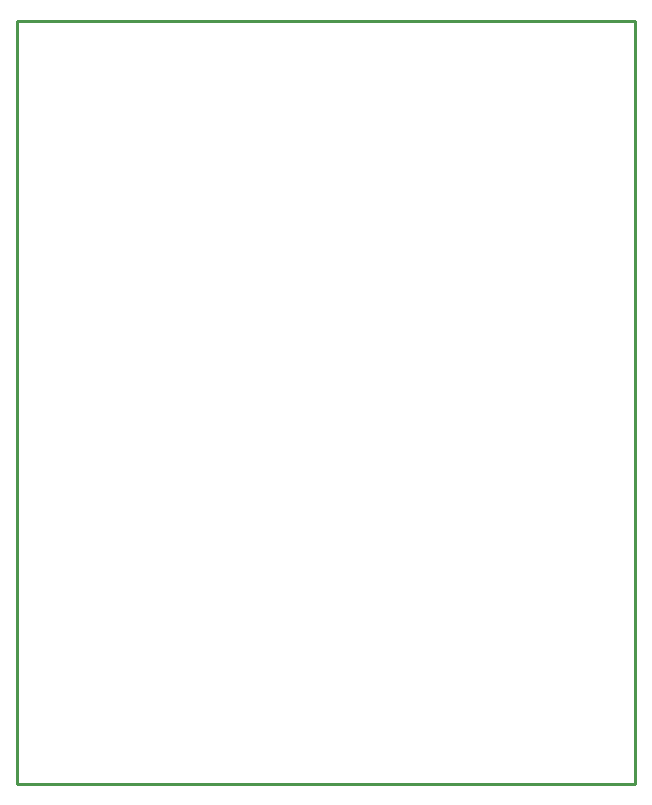
<source format=gm1>
G04 Layer_Color=16711935*
%FSLAX25Y25*%
%MOIN*%
G70*
G01*
G75*
%ADD17C,0.01000*%
D17*
X266500Y110000D02*
Y364500D01*
X472500D01*
Y110000D02*
Y364500D01*
X266500Y110000D02*
X472500D01*
X266500D02*
Y364500D01*
X472500D01*
Y110000D02*
Y364500D01*
X266500Y110000D02*
X472500D01*
M02*

</source>
